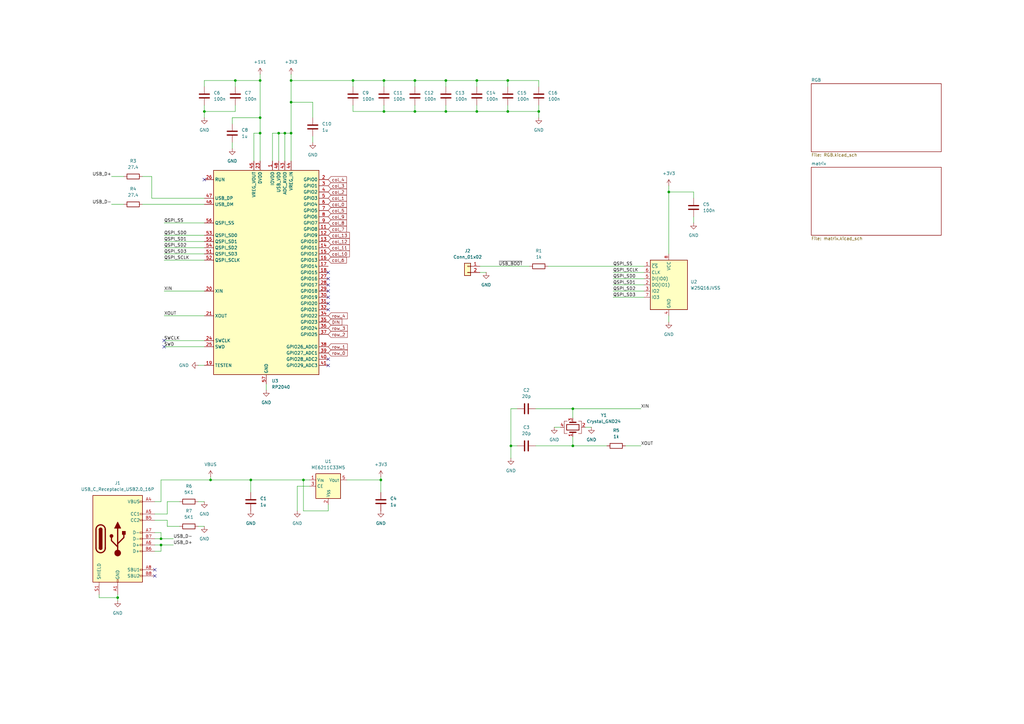
<source format=kicad_sch>
(kicad_sch (version 20231120) (generator "eeschema") (generator_version "8.0")
  (paper "A3")
  (lib_symbols
    (symbol "Connector:USB_C_Receptacle_USB2.0_16P" (pin_names (offset 1.016))
      (property "Reference" "J" (at 0 22.225 0))
      (property "Value" "USB_C_Receptacle_USB2.0_16P" (at 0 19.685 0))
      (symbol "USB_C_Receptacle_USB2.0_16P_0_0"
        (rectangle (start -0.254 -17.78) (end 0.254 -16.764))
        (rectangle (start 10.16 -14.986) (end 9.144 -15.494))
        (rectangle (start 10.16 -12.446) (end 9.144 -12.954))
        (rectangle (start 10.16 -4.826) (end 9.144 -5.334))
        (rectangle (start 10.16 -2.286) (end 9.144 -2.794))
        (rectangle (start 10.16 0.254) (end 9.144 -0.254))
        (rectangle (start 10.16 2.794) (end 9.144 2.286))
        (rectangle (start 10.16 7.874) (end 9.144 7.366))
        (rectangle (start 10.16 10.414) (end 9.144 9.906))
        (rectangle (start 10.16 15.494) (end 9.144 14.986))
      )
      (symbol "USB_C_Receptacle_USB2.0_16P_0_1"
        (rectangle (start -10.16 17.78) (end 10.16 -17.78) (stroke (width 0.254)) (fill (type background)))
        (arc (start -8.89 -3.81) (mid -6.985 -5.7067) (end -5.08 -3.81) (stroke (width 0.508)))
        (arc (start -7.62 -3.81) (mid -6.985 -4.4423) (end -6.35 -3.81) (stroke (width 0.254)))
        (arc (start -7.62 -3.81) (mid -6.985 -4.4423) (end -6.35 -3.81) (stroke (width 0.254)) (fill (type outline)))
        (rectangle (start -7.62 -3.81) (end -6.35 3.81) (stroke (width 0.254)) (fill (type outline)))
        (arc (start -6.35 3.81) (mid -6.985 4.4423) (end -7.62 3.81) (stroke (width 0.254)))
        (arc (start -6.35 3.81) (mid -6.985 4.4423) (end -7.62 3.81) (stroke (width 0.254)) (fill (type outline)))
        (arc (start -5.08 3.81) (mid -6.985 5.7067) (end -8.89 3.81) (stroke (width 0.508)))
        (circle (center -2.54 1.143) (radius 0.635) (stroke (width 0.254)) (fill (type outline)))
        (circle (center 0 -5.842) (radius 1.27) (fill (type outline)))
        (polyline (pts (xy -8.89 -3.81) (xy -8.89 3.81)) (stroke (width 0.508)))
        (polyline (pts (xy -5.08 3.81) (xy -5.08 -3.81)) (stroke (width 0.508)))
        (polyline (pts (xy 0 -5.842) (xy 0 4.318)) (stroke (width 0.508)))
        (polyline (pts (xy 0 -3.302) (xy -2.54 -0.762) (xy -2.54 0.508)) (stroke (width 0.508)))
        (polyline (pts (xy 0 -2.032) (xy 2.54 0.508) (xy 2.54 1.778)) (stroke (width 0.508)))
        (polyline (pts (xy -1.27 4.318) (xy 0 6.858) (xy 1.27 4.318) (xy -1.27 4.318)) (stroke (width 0.254)) (fill (type outline)))
        (rectangle (start 1.905 1.778) (end 3.175 3.048) (stroke (width 0.254)) (fill (type outline)))
      )
      (symbol "USB_C_Receptacle_USB2.0_16P_1_1"
        (pin passive line (at 0 -22.86 90) (length 5.08) (name "GND") (number "A1"))
        (pin passive line (at 0 -22.86 90) (length 5.08) hide (name "GND") (number "A12"))
        (pin passive line (at 15.24 15.24 180) (length 5.08) (name "VBUS") (number "A4"))
        (pin bidirectional line (at 15.24 10.16 180) (length 5.08) (name "CC1") (number "A5"))
        (pin bidirectional line (at 15.24 -2.54 180) (length 5.08) (name "D+") (number "A6"))
        (pin bidirectional line (at 15.24 2.54 180) (length 5.08) (name "D-") (number "A7"))
        (pin bidirectional line (at 15.24 -12.7 180) (length 5.08) (name "SBU1") (number "A8"))
        (pin passive line (at 15.24 15.24 180) (length 5.08) hide (name "VBUS") (number "A9"))
        (pin passive line (at 0 -22.86 90) (length 5.08) hide (name "GND") (number "B1"))
        (pin passive line (at 0 -22.86 90) (length 5.08) hide (name "GND") (number "B12"))
        (pin passive line (at 15.24 15.24 180) (length 5.08) hide (name "VBUS") (number "B4"))
        (pin bidirectional line (at 15.24 7.62 180) (length 5.08) (name "CC2") (number "B5"))
        (pin bidirectional line (at 15.24 -5.08 180) (length 5.08) (name "D+") (number "B6"))
        (pin bidirectional line (at 15.24 0 180) (length 5.08) (name "D-") (number "B7"))
        (pin bidirectional line (at 15.24 -15.24 180) (length 5.08) (name "SBU2") (number "B8"))
        (pin passive line (at 15.24 15.24 180) (length 5.08) hide (name "VBUS") (number "B9"))
        (pin passive line (at -7.62 -22.86 90) (length 5.08) (name "SHIELD") (number "S1"))
      )
    )
    (symbol "Connector_Generic:Conn_01x02" (pin_names (offset 1.016) hide)
      (property "Reference" "J" (at 0 2.54 0))
      (property "Value" "Conn_01x02" (at 0 -5.08 0))
      (symbol "Conn_01x02_1_1"
        (rectangle (start -1.27 -2.413) (end 0 -2.667) (stroke (width 0.1524)))
        (rectangle (start -1.27 0.127) (end 0 -0.127) (stroke (width 0.1524)))
        (rectangle (start -1.27 1.27) (end 1.27 -3.81) (stroke (width 0.254)) (fill (type background)))
        (pin passive line (at -5.08 0 0) (length 3.81) (name "Pin_1") (number "1"))
        (pin passive line (at -5.08 -2.54 0) (length 3.81) (name "Pin_2") (number "2"))
      )
    )
    (symbol "Device:C" (pin_numbers hide) (pin_names (offset 0.254))
      (property "Reference" "C" (at 0.635 2.54 0))
      (property "Value" "C" (at 0.635 -2.54 0))
      (symbol "C_0_1"
        (polyline (pts (xy -2.032 -0.762) (xy 2.032 -0.762)) (stroke (width 0.508)))
        (polyline (pts (xy -2.032 0.762) (xy 2.032 0.762)) (stroke (width 0.508)))
      )
      (symbol "C_1_1"
        (pin passive line (at 0 3.81 270) (length 2.794) (name "~") (number "1"))
        (pin passive line (at 0 -3.81 90) (length 2.794) (name "~") (number "2"))
      )
    )
    (symbol "Device:Crystal_GND24" (pin_names (offset 1.016) hide)
      (property "Reference" "Y" (at 3.175 5.08 0))
      (property "Value" "Crystal_GND24" (at 3.175 3.175 0))
      (symbol "Crystal_GND24_0_1"
        (rectangle (start -1.143 2.54) (end 1.143 -2.54) (stroke (width 0.3048)))
        (polyline (pts (xy -2.54 0) (xy -2.032 0)))
        (polyline (pts (xy -2.032 -1.27) (xy -2.032 1.27)) (stroke (width 0.508)))
        (polyline (pts (xy 0 -3.81) (xy 0 -3.556)))
        (polyline (pts (xy 0 3.556) (xy 0 3.81)))
        (polyline (pts (xy 2.032 -1.27) (xy 2.032 1.27)) (stroke (width 0.508)))
        (polyline (pts (xy 2.032 0) (xy 2.54 0)))
        (polyline (pts (xy -2.54 -2.286) (xy -2.54 -3.556) (xy 2.54 -3.556) (xy 2.54 -2.286)))
        (polyline (pts (xy -2.54 2.286) (xy -2.54 3.556) (xy 2.54 3.556) (xy 2.54 2.286)))
      )
      (symbol "Crystal_GND24_1_1"
        (pin passive line (at -3.81 0 0) (length 1.27) (name "1") (number "1"))
        (pin passive line (at 0 5.08 270) (length 1.27) (name "2") (number "2"))
        (pin passive line (at 3.81 0 180) (length 1.27) (name "3") (number "3"))
        (pin passive line (at 0 -5.08 90) (length 1.27) (name "4") (number "4"))
      )
    )
    (symbol "Device:R" (pin_numbers hide) (pin_names (offset 0))
      (property "Reference" "R" (at 2.032 0 90))
      (property "Value" "R" (at 0 0 90))
      (symbol "R_0_1"
        (rectangle (start -1.016 -2.54) (end 1.016 2.54) (stroke (width 0.254)))
      )
      (symbol "R_1_1"
        (pin passive line (at 0 3.81 270) (length 1.27) (name "~") (number "1"))
        (pin passive line (at 0 -3.81 90) (length 1.27) (name "~") (number "2"))
      )
    )
    (symbol "MCU_RaspberryPi:RP2040"
      (property "Reference" "U" (at 17.78 45.72 0))
      (property "Value" "RP2040" (at 17.78 43.18 0))
      (symbol "RP2040_0_1"
        (rectangle (start -21.59 41.91) (end 21.59 -41.91) (stroke (width 0.254)) (fill (type background)))
      )
      (symbol "RP2040_1_1"
        (pin power_in line (at 2.54 45.72 270) (length 3.81) (name "IOVDD") (number "1"))
        (pin passive line (at 2.54 45.72 270) (length 3.81) hide (name "IOVDD") (number "10"))
        (pin bidirectional line (at 25.4 17.78 180) (length 3.81) (name "GPIO8") (number "11"))
        (pin bidirectional line (at 25.4 15.24 180) (length 3.81) (name "GPIO9") (number "12"))
        (pin bidirectional line (at 25.4 12.7 180) (length 3.81) (name "GPIO10") (number "13"))
        (pin bidirectional line (at 25.4 10.16 180) (length 3.81) (name "GPIO11") (number "14"))
        (pin bidirectional line (at 25.4 7.62 180) (length 3.81) (name "GPIO12") (number "15"))
        (pin bidirectional line (at 25.4 5.08 180) (length 3.81) (name "GPIO13") (number "16"))
        (pin bidirectional line (at 25.4 2.54 180) (length 3.81) (name "GPIO14") (number "17"))
        (pin bidirectional line (at 25.4 0 180) (length 3.81) (name "GPIO15") (number "18"))
        (pin input line (at -25.4 -38.1 0) (length 3.81) (name "TESTEN") (number "19"))
        (pin bidirectional line (at 25.4 38.1 180) (length 3.81) (name "GPIO0") (number "2"))
        (pin input line (at -25.4 -7.62 0) (length 3.81) (name "XIN") (number "20"))
        (pin passive line (at -25.4 -17.78 0) (length 3.81) (name "XOUT") (number "21"))
        (pin passive line (at 2.54 45.72 270) (length 3.81) hide (name "IOVDD") (number "22"))
        (pin power_in line (at -2.54 45.72 270) (length 3.81) (name "DVDD") (number "23"))
        (pin input line (at -25.4 -27.94 0) (length 3.81) (name "SWCLK") (number "24"))
        (pin bidirectional line (at -25.4 -30.48 0) (length 3.81) (name "SWD") (number "25"))
        (pin input line (at -25.4 38.1 0) (length 3.81) (name "RUN") (number "26"))
        (pin bidirectional line (at 25.4 -2.54 180) (length 3.81) (name "GPIO16") (number "27"))
        (pin bidirectional line (at 25.4 -5.08 180) (length 3.81) (name "GPIO17") (number "28"))
        (pin bidirectional line (at 25.4 -7.62 180) (length 3.81) (name "GPIO18") (number "29"))
        (pin bidirectional line (at 25.4 35.56 180) (length 3.81) (name "GPIO1") (number "3"))
        (pin bidirectional line (at 25.4 -10.16 180) (length 3.81) (name "GPIO19") (number "30"))
        (pin bidirectional line (at 25.4 -12.7 180) (length 3.81) (name "GPIO20") (number "31"))
        (pin bidirectional line (at 25.4 -15.24 180) (length 3.81) (name "GPIO21") (number "32"))
        (pin passive line (at 2.54 45.72 270) (length 3.81) hide (name "IOVDD") (number "33"))
        (pin bidirectional line (at 25.4 -17.78 180) (length 3.81) (name "GPIO22") (number "34"))
        (pin bidirectional line (at 25.4 -20.32 180) (length 3.81) (name "GPIO23") (number "35"))
        (pin bidirectional line (at 25.4 -22.86 180) (length 3.81) (name "GPIO24") (number "36"))
        (pin bidirectional line (at 25.4 -25.4 180) (length 3.81) (name "GPIO25") (number "37"))
        (pin bidirectional line (at 25.4 -30.48 180) (length 3.81) (name "GPIO26_ADC0") (number "38"))
        (pin bidirectional line (at 25.4 -33.02 180) (length 3.81) (name "GPIO27_ADC1") (number "39"))
        (pin bidirectional line (at 25.4 33.02 180) (length 3.81) (name "GPIO2") (number "4"))
        (pin bidirectional line (at 25.4 -35.56 180) (length 3.81) (name "GPIO28_ADC2") (number "40"))
        (pin bidirectional line (at 25.4 -38.1 180) (length 3.81) (name "GPIO29_ADC3") (number "41"))
        (pin passive line (at 2.54 45.72 270) (length 3.81) hide (name "IOVDD") (number "42"))
        (pin power_in line (at 7.62 45.72 270) (length 3.81) (name "ADC_AVDD") (number "43"))
        (pin power_in line (at 10.16 45.72 270) (length 3.81) (name "VREG_IN") (number "44"))
        (pin power_out line (at -5.08 45.72 270) (length 3.81) (name "VREG_VOUT") (number "45"))
        (pin bidirectional line (at -25.4 27.94 0) (length 3.81) (name "USB_DM") (number "46"))
        (pin bidirectional line (at -25.4 30.48 0) (length 3.81) (name "USB_DP") (number "47"))
        (pin power_in line (at 5.08 45.72 270) (length 3.81) (name "USB_VDD") (number "48"))
        (pin passive line (at 2.54 45.72 270) (length 3.81) hide (name "IOVDD") (number "49"))
        (pin bidirectional line (at 25.4 30.48 180) (length 3.81) (name "GPIO3") (number "5"))
        (pin passive line (at -2.54 45.72 270) (length 3.81) hide (name "DVDD") (number "50"))
        (pin bidirectional line (at -25.4 7.62 0) (length 3.81) (name "QSPI_SD3") (number "51"))
        (pin output line (at -25.4 5.08 0) (length 3.81) (name "QSPI_SCLK") (number "52"))
        (pin bidirectional line (at -25.4 15.24 0) (length 3.81) (name "QSPI_SD0") (number "53"))
        (pin bidirectional line (at -25.4 10.16 0) (length 3.81) (name "QSPI_SD2") (number "54"))
        (pin bidirectional line (at -25.4 12.7 0) (length 3.81) (name "QSPI_SD1") (number "55"))
        (pin bidirectional line (at -25.4 20.32 0) (length 3.81) (name "QSPI_SS") (number "56"))
        (pin power_in line (at 0 -45.72 90) (length 3.81) (name "GND") (number "57"))
        (pin bidirectional line (at 25.4 27.94 180) (length 3.81) (name "GPIO4") (number "6"))
        (pin bidirectional line (at 25.4 25.4 180) (length 3.81) (name "GPIO5") (number "7"))
        (pin bidirectional line (at 25.4 22.86 180) (length 3.81) (name "GPIO6") (number "8"))
        (pin bidirectional line (at 25.4 20.32 180) (length 3.81) (name "GPIO7") (number "9"))
      )
    )
    (symbol "Memory_Flash:W25Q16JVSS"
      (property "Reference" "U" (at -6.35 11.43 0))
      (property "Value" "W25Q16JVSS" (at 7.62 11.43 0))
      (symbol "W25Q16JVSS_0_1"
        (rectangle (start -7.62 10.16) (end 7.62 -10.16) (stroke (width 0.254)) (fill (type background)))
      )
      (symbol "W25Q16JVSS_1_1"
        (pin input line (at -10.16 7.62 0) (length 2.54) (name "~{CS}") (number "1"))
        (pin bidirectional line (at -10.16 0 0) (length 2.54) (name "DO(IO1)") (number "2"))
        (pin bidirectional line (at -10.16 -2.54 0) (length 2.54) (name "IO2") (number "3"))
        (pin power_in line (at 0 -12.7 90) (length 2.54) (name "GND") (number "4"))
        (pin bidirectional line (at -10.16 2.54 0) (length 2.54) (name "DI(IO0)") (number "5"))
        (pin input line (at -10.16 5.08 0) (length 2.54) (name "CLK") (number "6"))
        (pin bidirectional line (at -10.16 -5.08 0) (length 2.54) (name "IO3") (number "7"))
        (pin power_in line (at 0 12.7 270) (length 2.54) (name "VCC") (number "8"))
      )
    )
    (symbol "Regulator_Linear:ME6211C33M5"
      (property "Reference" "U" (at -4.572 6.35 0))
      (property "Value" "ME6211C33M5" (at 10.16 8.636 0))
      (symbol "ME6211C33M5_1_1"
        (rectangle (start -5.08 5.08) (end 5.08 -5.08) (stroke (width 0.254)) (fill (type background)))
        (pin power_in line (at -7.62 2.54 0) (length 2.54) (name "V_{IN}") (number "1"))
        (pin power_in line (at 0 -7.62 90) (length 2.54) (name "V_{SS}") (number "2"))
        (pin input line (at -7.62 0 0) (length 2.54) (name "CE") (number "3"))
        (pin no_connect line (at 5.08 0 180) (length 2.54) hide (name "NC") (number "4"))
        (pin power_out line (at 7.62 2.54 180) (length 2.54) (name "V_{OUT}") (number "5"))
      )
    )
    (symbol "power:+1V1" (power) (pin_numbers hide) (pin_names (offset 0) hide)
      (property "Value" "+1V1" (at 0 3.556 0))
      (symbol "+1V1_0_1"
        (polyline (pts (xy -0.762 1.27) (xy 0 2.54)))
        (polyline (pts (xy 0 0) (xy 0 2.54)))
        (polyline (pts (xy 0 2.54) (xy 0.762 1.27)))
      )
      (symbol "+1V1_1_1"
        (pin power_in line (at 0 0 90) (length 0) (name "~") (number "1"))
      )
    )
    (symbol "power:+3V3" (power) (pin_numbers hide) (pin_names (offset 0) hide)
      (property "Value" "+3V3" (at 0 3.556 0))
      (symbol "+3V3_0_1"
        (polyline (pts (xy -0.762 1.27) (xy 0 2.54)))
        (polyline (pts (xy 0 0) (xy 0 2.54)))
        (polyline (pts (xy 0 2.54) (xy 0.762 1.27)))
      )
      (symbol "+3V3_1_1"
        (pin power_in line (at 0 0 90) (length 0) (name "~") (number "1"))
      )
    )
    (symbol "power:GND" (power) (pin_numbers hide) (pin_names (offset 0) hide)
      (property "Value" "GND" (at 0 -3.81 0))
      (symbol "GND_0_1"
        (polyline (pts (xy 0 0) (xy 0 -1.27) (xy 1.27 -1.27) (xy 0 -2.54) (xy -1.27 -1.27) (xy 0 -1.27)))
      )
      (symbol "GND_1_1"
        (pin power_in line (at 0 0 270) (length 0) (name "~") (number "1"))
      )
    )
    (symbol "power:VBUS" (power) (pin_numbers hide) (pin_names (offset 0) hide)
      (property "Value" "VBUS" (at 0 3.556 0))
      (symbol "VBUS_0_1"
        (polyline (pts (xy -0.762 1.27) (xy 0 2.54)))
        (polyline (pts (xy 0 0) (xy 0 2.54)))
        (polyline (pts (xy 0 2.54) (xy 0.762 1.27)))
      )
      (symbol "VBUS_1_1"
        (pin power_in line (at 0 0 90) (length 0) (name "~") (number "1"))
      )
    )
  )
  (junction (at 102.87 196.85))
  (junction (at 209.55 182.88))
  (junction (at 66.04 220.98))
  (junction (at 234.95 167.64))
  (junction (at 119.38 33.02))
  (junction (at 220.98 45.72))
  (junction (at 208.28 33.02))
  (junction (at 83.82 45.72))
  (junction (at 274.32 78.74))
  (junction (at 157.48 33.02))
  (junction (at 234.95 182.88))
  (junction (at 119.38 54.61))
  (junction (at 144.78 33.02))
  (junction (at 66.04 223.52))
  (junction (at 170.18 33.02))
  (junction (at 124.46 196.85))
  (junction (at 106.68 33.02))
  (junction (at 114.3 54.61))
  (junction (at 106.68 54.61))
  (junction (at 182.88 45.72))
  (junction (at 48.26 245.11))
  (junction (at 116.84 54.61))
  (junction (at 119.38 41.91))
  (junction (at 157.48 45.72))
  (junction (at 96.52 33.02))
  (junction (at 182.88 33.02))
  (junction (at 170.18 45.72))
  (junction (at 106.68 48.26))
  (junction (at 195.58 33.02))
  (junction (at 195.58 45.72))
  (junction (at 86.36 196.85))
  (junction (at 156.21 196.85))
  (junction (at 208.28 45.72))
  (no_connect (at 134.62 111.76))
  (no_connect (at 134.62 114.3))
  (no_connect (at 134.62 124.46))
  (no_connect (at 134.62 149.86))
  (no_connect (at 134.62 147.32))
  (no_connect (at 134.62 116.84))
  (no_connect (at 134.62 127))
  (no_connect (at 63.5 233.68))
  (no_connect (at 67.31 142.24))
  (no_connect (at 134.62 119.38))
  (no_connect (at 67.31 139.7))
  (no_connect (at 83.82 73.66))
  (no_connect (at 134.62 121.92))
  (no_connect (at 63.5 236.22))
  (wire (pts (xy 116.84 54.61) (xy 119.38 54.61)))
  (wire (pts (xy 106.68 30.48) (xy 106.68 33.02)))
  (wire (pts (xy 106.68 33.02) (xy 106.68 48.26)))
  (wire (pts (xy 234.95 179.07) (xy 234.95 182.88)))
  (wire (pts (xy 67.31 129.54) (xy 83.82 129.54)))
  (wire (pts (xy 128.27 41.91) (xy 119.38 41.91)))
  (wire (pts (xy 251.46 119.38) (xy 264.16 119.38)))
  (wire (pts (xy 182.88 33.02) (xy 195.58 33.02)))
  (wire (pts (xy 128.27 48.26) (xy 128.27 41.91)))
  (wire (pts (xy 68.58 215.9) (xy 73.66 215.9)))
  (wire (pts (xy 81.28 205.74) (xy 83.82 205.74)))
  (wire (pts (xy 182.88 45.72) (xy 195.58 45.72)))
  (wire (pts (xy 208.28 33.02) (xy 220.98 33.02)))
  (wire (pts (xy 219.71 167.64) (xy 234.95 167.64)))
  (wire (pts (xy 63.5 226.06) (xy 66.04 226.06)))
  (wire (pts (xy 67.31 96.52) (xy 83.82 96.52)))
  (wire (pts (xy 63.5 213.36) (xy 68.58 213.36)))
  (wire (pts (xy 170.18 33.02) (xy 170.18 35.56)))
  (wire (pts (xy 196.85 111.76) (xy 199.39 111.76)))
  (wire (pts (xy 66.04 218.44) (xy 66.04 220.98)))
  (wire (pts (xy 208.28 43.18) (xy 208.28 45.72)))
  (wire (pts (xy 58.42 72.39) (xy 62.23 72.39)))
  (wire (pts (xy 119.38 33.02) (xy 144.78 33.02)))
  (wire (pts (xy 102.87 196.85) (xy 124.46 196.85)))
  (wire (pts (xy 81.28 215.9) (xy 83.82 215.9)))
  (wire (pts (xy 63.5 210.82) (xy 68.58 210.82)))
  (wire (pts (xy 62.23 81.28) (xy 62.23 72.39)))
  (wire (pts (xy 68.58 205.74) (xy 73.66 205.74)))
  (wire (pts (xy 63.5 223.52) (xy 66.04 223.52)))
  (wire (pts (xy 114.3 54.61) (xy 116.84 54.61)))
  (wire (pts (xy 106.68 54.61) (xy 106.68 66.04)))
  (wire (pts (xy 209.55 182.88) (xy 212.09 182.88)))
  (wire (pts (xy 67.31 106.68) (xy 83.82 106.68)))
  (wire (pts (xy 220.98 33.02) (xy 220.98 35.56)))
  (wire (pts (xy 157.48 43.18) (xy 157.48 45.72)))
  (wire (pts (xy 83.82 81.28) (xy 62.23 81.28)))
  (wire (pts (xy 83.82 45.72) (xy 83.82 48.26)))
  (wire (pts (xy 67.31 91.44) (xy 83.82 91.44)))
  (wire (pts (xy 209.55 167.64) (xy 209.55 182.88)))
  (wire (pts (xy 212.09 167.64) (xy 209.55 167.64)))
  (wire (pts (xy 83.82 33.02) (xy 96.52 33.02)))
  (wire (pts (xy 83.82 35.56) (xy 83.82 33.02)))
  (wire (pts (xy 66.04 205.74) (xy 63.5 205.74)))
  (wire (pts (xy 284.48 78.74) (xy 274.32 78.74)))
  (wire (pts (xy 67.31 119.38) (xy 83.82 119.38)))
  (wire (pts (xy 224.79 109.22) (xy 264.16 109.22)))
  (wire (pts (xy 234.95 167.64) (xy 234.95 171.45)))
  (wire (pts (xy 63.5 218.44) (xy 66.04 218.44)))
  (wire (pts (xy 156.21 196.85) (xy 156.21 201.93)))
  (wire (pts (xy 182.88 33.02) (xy 182.88 35.56)))
  (wire (pts (xy 121.92 199.39) (xy 121.92 209.55)))
  (wire (pts (xy 67.31 101.6) (xy 83.82 101.6)))
  (wire (pts (xy 234.95 167.64) (xy 262.89 167.64)))
  (wire (pts (xy 284.48 88.9) (xy 284.48 91.44)))
  (wire (pts (xy 256.54 182.88) (xy 262.89 182.88)))
  (wire (pts (xy 45.72 72.39) (xy 50.8 72.39)))
  (wire (pts (xy 121.92 199.39) (xy 127 199.39)))
  (wire (pts (xy 95.25 50.8) (xy 95.25 48.26)))
  (wire (pts (xy 227.33 175.26) (xy 229.87 175.26)))
  (wire (pts (xy 157.48 45.72) (xy 170.18 45.72)))
  (wire (pts (xy 111.76 66.04) (xy 111.76 54.61)))
  (wire (pts (xy 124.46 196.85) (xy 127 196.85)))
  (wire (pts (xy 45.72 83.82) (xy 50.8 83.82)))
  (wire (pts (xy 195.58 33.02) (xy 208.28 33.02)))
  (wire (pts (xy 109.22 157.48) (xy 109.22 160.02)))
  (wire (pts (xy 142.24 196.85) (xy 156.21 196.85)))
  (wire (pts (xy 63.5 220.98) (xy 66.04 220.98)))
  (wire (pts (xy 251.46 116.84) (xy 264.16 116.84)))
  (wire (pts (xy 170.18 43.18) (xy 170.18 45.72)))
  (wire (pts (xy 144.78 33.02) (xy 157.48 33.02)))
  (wire (pts (xy 220.98 45.72) (xy 220.98 48.26)))
  (wire (pts (xy 95.25 58.42) (xy 95.25 60.96)))
  (wire (pts (xy 240.03 175.26) (xy 242.57 175.26)))
  (wire (pts (xy 58.42 83.82) (xy 83.82 83.82)))
  (wire (pts (xy 134.62 209.55) (xy 124.46 209.55)))
  (wire (pts (xy 86.36 195.58) (xy 86.36 196.85)))
  (wire (pts (xy 251.46 121.92) (xy 264.16 121.92)))
  (wire (pts (xy 144.78 45.72) (xy 157.48 45.72)))
  (wire (pts (xy 208.28 45.72) (xy 220.98 45.72)))
  (wire (pts (xy 284.48 81.28) (xy 284.48 78.74)))
  (wire (pts (xy 68.58 213.36) (xy 68.58 215.9)))
  (wire (pts (xy 157.48 33.02) (xy 157.48 35.56)))
  (wire (pts (xy 83.82 43.18) (xy 83.82 45.72)))
  (wire (pts (xy 66.04 196.85) (xy 86.36 196.85)))
  (wire (pts (xy 67.31 142.24) (xy 83.82 142.24)))
  (wire (pts (xy 104.14 54.61) (xy 104.14 66.04)))
  (wire (pts (xy 116.84 66.04) (xy 116.84 54.61)))
  (wire (pts (xy 67.31 99.06) (xy 83.82 99.06)))
  (wire (pts (xy 220.98 45.72) (xy 220.98 43.18)))
  (wire (pts (xy 274.32 76.2) (xy 274.32 78.74)))
  (wire (pts (xy 96.52 45.72) (xy 96.52 43.18)))
  (wire (pts (xy 128.27 55.88) (xy 128.27 58.42)))
  (wire (pts (xy 170.18 45.72) (xy 182.88 45.72)))
  (wire (pts (xy 83.82 45.72) (xy 96.52 45.72)))
  (wire (pts (xy 196.85 109.22) (xy 217.17 109.22)))
  (wire (pts (xy 106.68 48.26) (xy 106.68 54.61)))
  (wire (pts (xy 144.78 35.56) (xy 144.78 33.02)))
  (wire (pts (xy 111.76 54.61) (xy 114.3 54.61)))
  (wire (pts (xy 67.31 104.14) (xy 83.82 104.14)))
  (wire (pts (xy 48.26 245.11) (xy 48.26 246.38)))
  (wire (pts (xy 81.28 149.86) (xy 83.82 149.86)))
  (wire (pts (xy 208.28 33.02) (xy 208.28 35.56)))
  (wire (pts (xy 104.14 54.61) (xy 106.68 54.61)))
  (wire (pts (xy 234.95 182.88) (xy 219.71 182.88)))
  (wire (pts (xy 40.64 245.11) (xy 48.26 245.11)))
  (wire (pts (xy 119.38 30.48) (xy 119.38 33.02)))
  (wire (pts (xy 68.58 210.82) (xy 68.58 205.74)))
  (wire (pts (xy 209.55 187.96) (xy 209.55 182.88)))
  (wire (pts (xy 182.88 43.18) (xy 182.88 45.72)))
  (wire (pts (xy 195.58 43.18) (xy 195.58 45.72)))
  (wire (pts (xy 67.31 139.7) (xy 83.82 139.7)))
  (wire (pts (xy 40.64 243.84) (xy 40.64 245.11)))
  (wire (pts (xy 66.04 226.06) (xy 66.04 223.52)))
  (wire (pts (xy 124.46 209.55) (xy 124.46 196.85)))
  (wire (pts (xy 274.32 129.54) (xy 274.32 132.08)))
  (wire (pts (xy 274.32 78.74) (xy 274.32 104.14)))
  (wire (pts (xy 102.87 196.85) (xy 102.87 201.93)))
  (wire (pts (xy 66.04 223.52) (xy 71.12 223.52)))
  (wire (pts (xy 96.52 33.02) (xy 96.52 35.56)))
  (wire (pts (xy 234.95 182.88) (xy 248.92 182.88)))
  (wire (pts (xy 48.26 243.84) (xy 48.26 245.11)))
  (wire (pts (xy 66.04 220.98) (xy 71.12 220.98)))
  (wire (pts (xy 119.38 54.61) (xy 119.38 41.91)))
  (wire (pts (xy 114.3 66.04) (xy 114.3 54.61)))
  (wire (pts (xy 251.46 114.3) (xy 264.16 114.3)))
  (wire (pts (xy 251.46 111.76) (xy 264.16 111.76)))
  (wire (pts (xy 170.18 33.02) (xy 182.88 33.02)))
  (wire (pts (xy 156.21 195.58) (xy 156.21 196.85)))
  (wire (pts (xy 95.25 48.26) (xy 106.68 48.26)))
  (wire (pts (xy 119.38 66.04) (xy 119.38 54.61)))
  (wire (pts (xy 66.04 196.85) (xy 66.04 205.74)))
  (wire (pts (xy 157.48 33.02) (xy 170.18 33.02)))
  (wire (pts (xy 195.58 45.72) (xy 208.28 45.72)))
  (wire (pts (xy 96.52 33.02) (xy 106.68 33.02)))
  (wire (pts (xy 195.58 33.02) (xy 195.58 35.56)))
  (wire (pts (xy 144.78 43.18) (xy 144.78 45.72)))
  (wire (pts (xy 86.36 196.85) (xy 102.87 196.85)))
  (wire (pts (xy 119.38 41.91) (xy 119.38 33.02)))
  (wire (pts (xy 134.62 207.01) (xy 134.62 209.55)))
  (label "XIN" (at 262.89 167.64 0))
  (label "QSPI_SD0" (at 67.31 96.52 0))
  (label "SWCLK" (at 67.31 139.7 0))
  (label "QSPI_SS" (at 251.46 109.22 0))
  (label "XOUT" (at 67.31 129.54 0))
  (label "QSPI_SCLK" (at 67.31 106.68 0))
  (label "QSPI_SD2" (at 67.31 101.6 0))
  (label "QSPI_SD1" (at 67.31 99.06 0))
  (label "QSPI_SD1" (at 251.46 116.84 0))
  (label "QSPI_SCLK" (at 251.46 111.76 0))
  (label "QSPI_SS" (at 67.31 91.44 0))
  (label "USB_D+" (at 71.12 223.52 0))
  (label "XOUT" (at 262.89 182.88 0))
  (label "USB_D+" (at 45.72 72.39 180))
  (label "SWD" (at 67.31 142.24 0))
  (label "QSPI_SD3" (at 251.46 121.92 0))
  (label "XIN" (at 67.31 119.38 0))
  (label "USB_D-" (at 71.12 220.98 0))
  (label "QSPI_SD0" (at 251.46 114.3 0))
  (label "QSPI_SD2" (at 251.46 119.38 0))
  (label "~{USB_BOOT}" (at 204.47 109.22 0))
  (label "QSPI_SD3" (at 67.31 104.14 0))
  (label "USB_D-" (at 45.72 83.82 180))
  (global_label "col_11" (shape input) (at 134.62 101.6 0) (property "Intersheetrefs" "${INTERSHEET_REFS}" (effects (hide yes))))
  (global_label "col_0" (shape input) (at 134.62 83.82 0) (property "Intersheetrefs" "${INTERSHEET_REFS}" (effects (hide yes))))
  (global_label "row_2" (shape input) (at 134.62 137.16 0) (property "Intersheetrefs" "${INTERSHEET_REFS}" (effects (hide yes))))
  (global_label "col_10" (shape input) (at 134.62 104.14 0) (property "Intersheetrefs" "${INTERSHEET_REFS}" (effects (hide yes))))
  (global_label "col_7" (shape input) (at 134.62 93.98 0) (property "Intersheetrefs" "${INTERSHEET_REFS}" (effects (hide yes))))
  (global_label "col_1" (shape input) (at 134.62 81.28 0) (property "Intersheetrefs" "${INTERSHEET_REFS}" (effects (hide yes))))
  (global_label "col_13" (shape input) (at 134.62 96.52 0) (property "Intersheetrefs" "${INTERSHEET_REFS}" (effects (hide yes))))
  (global_label "col_12" (shape input) (at 134.62 99.06 0) (property "Intersheetrefs" "${INTERSHEET_REFS}" (effects (hide yes))))
  (global_label "row_1" (shape input) (at 134.62 142.24 0) (property "Intersheetrefs" "${INTERSHEET_REFS}" (effects (hide yes))))
  (global_label "col_5" (shape input) (at 134.62 86.36 0) (property "Intersheetrefs" "${INTERSHEET_REFS}" (effects (hide yes))))
  (global_label "col_9" (shape input) (at 134.62 88.9 0) (property "Intersheetrefs" "${INTERSHEET_REFS}" (effects (hide yes))))
  (global_label "row_0" (shape input) (at 134.62 144.78 0) (property "Intersheetrefs" "${INTERSHEET_REFS}" (effects (hide yes))))
  (global_label "col_3" (shape input) (at 134.62 76.2 0) (property "Intersheetrefs" "${INTERSHEET_REFS}" (effects (hide yes))))
  (global_label "row_3" (shape input) (at 134.62 134.62 0) (property "Intersheetrefs" "${INTERSHEET_REFS}" (effects (hide yes))))
  (global_label "col_4" (shape input) (at 134.62 73.66 0) (property "Intersheetrefs" "${INTERSHEET_REFS}" (effects (hide yes))))
  (global_label "col_2" (shape input) (at 134.62 78.74 0) (property "Intersheetrefs" "${INTERSHEET_REFS}" (effects (hide yes))))
  (global_label "col_8" (shape input) (at 134.62 91.44 0) (property "Intersheetrefs" "${INTERSHEET_REFS}" (effects (hide yes))))
  (global_label "DIN" (shape input) (at 134.62 132.08 0) (property "Intersheetrefs" "${INTERSHEET_REFS}" (effects (hide yes))))
  (global_label "col_6" (shape input) (at 134.62 106.68 0) (property "Intersheetrefs" "${INTERSHEET_REFS}" (effects (hide yes))))
  (global_label "row_4" (shape input) (at 134.62 129.54 0) (property "Intersheetrefs" "${INTERSHEET_REFS}" (effects (hide yes))))
  (symbol (lib_id "power:GND") (at 284.48 91.44 0) (unit 1)
    (property "Reference" "#PWR013" (effects (hide yes)))
    (property "Value" "GND" (at 284.48 96.52 0))
    (property "Description" "Power symbol creates a global label with name \"GND\" , ground" (effects (hide yes)))
  )
  (symbol (lib_id "Device:C") (at 96.52 39.37 0) (unit 1)
    (property "Reference" "C7" (at 100.33 38.0999 0) (effects (justify left)))
    (property "Value" "100n" (at 100.33 40.6399 0) (effects (justify left)))
    (property "Footprint" "Capacitor_SMD:C_0402_1005Metric" (effects (hide yes)))
    (property "Description" "Unpolarized capacitor" (effects (hide yes)))
  )
  (symbol (lib_id "power:GND") (at 209.55 187.96 0) (unit 1)
    (property "Reference" "#PWR017" (effects (hide yes)))
    (property "Value" "GND" (at 209.55 193.04 0))
    (property "Description" "Power symbol creates a global label with name \"GND\" , ground" (effects (hide yes)))
  )
  (symbol (lib_id "power:GND") (at 83.82 215.9 0) (unit 1)
    (property "Reference" "#PWR023" (effects (hide yes)))
    (property "Value" "GND" (at 83.82 220.98 0))
    (property "Description" "Power symbol creates a global label with name \"GND\" , ground" (effects (hide yes)))
  )
  (symbol (lib_id "Device:C") (at 144.78 39.37 0) (unit 1)
    (property "Reference" "C9" (at 148.59 38.0999 0) (effects (justify left)))
    (property "Value" "100n" (at 148.59 40.6399 0) (effects (justify left)))
    (property "Footprint" "Capacitor_SMD:C_0402_1005Metric" (effects (hide yes)))
    (property "Description" "Unpolarized capacitor" (effects (hide yes)))
  )
  (symbol (lib_id "power:GND") (at 220.98 48.26 0) (unit 1)
    (property "Reference" "#PWR021" (effects (hide yes)))
    (property "Value" "GND" (at 220.98 53.34 0))
    (property "Description" "Power symbol creates a global label with name \"GND\" , ground" (effects (hide yes)))
  )
  (symbol (lib_id "power:GND") (at 102.87 209.55 0) (unit 1)
    (property "Reference" "#PWR02" (effects (hide yes)))
    (property "Value" "GND" (at 102.87 214.63 0))
    (property "Description" "Power symbol creates a global label with name \"GND\" , ground" (effects (hide yes)))
  )
  (symbol (lib_id "power:GND") (at 109.22 160.02 0) (unit 1)
    (property "Reference" "#PWR018" (effects (hide yes)))
    (property "Value" "GND" (at 109.22 165.1 0))
    (property "Description" "Power symbol creates a global label with name \"GND\" , ground" (effects (hide yes)))
  )
  (symbol (lib_id "power:GND") (at 48.26 246.38 0) (unit 1)
    (property "Reference" "#PWR06" (effects (hide yes)))
    (property "Value" "GND" (at 48.26 251.46 0))
    (property "Description" "Power symbol creates a global label with name \"GND\" , ground" (effects (hide yes)))
  )
  (symbol (lib_id "Device:R") (at 54.61 83.82 90) (unit 1)
    (property "Reference" "R4" (at 54.61 77.47 90))
    (property "Value" "27.4" (at 54.61 80.01 90))
    (property "Footprint" "Resistor_SMD:R_0402_1005Metric" (effects (hide yes)))
    (property "Description" "Resistor" (effects (hide yes)))
  )
  (symbol (lib_id "power:+3V3") (at 274.32 76.2 0) (unit 1)
    (property "Reference" "#PWR012" (effects (hide yes)))
    (property "Value" "+3V3" (at 274.32 71.12 0))
    (property "Description" "Power symbol creates a global label with name \"+3V3\"" (effects (hide yes)))
  )
  (symbol (lib_id "Device:C") (at 170.18 39.37 0) (unit 1)
    (property "Reference" "C12" (at 173.99 38.0999 0) (effects (justify left)))
    (property "Value" "100n" (at 173.99 40.6399 0) (effects (justify left)))
    (property "Footprint" "Capacitor_SMD:C_0402_1005Metric" (effects (hide yes)))
    (property "Description" "Unpolarized capacitor" (effects (hide yes)))
  )
  (symbol (lib_id "Device:C") (at 157.48 39.37 0) (unit 1)
    (property "Reference" "C11" (at 161.29 38.0999 0) (effects (justify left)))
    (property "Value" "100n" (at 161.29 40.6399 0) (effects (justify left)))
    (property "Footprint" "Capacitor_SMD:C_0402_1005Metric" (effects (hide yes)))
    (property "Description" "Unpolarized capacitor" (effects (hide yes)))
  )
  (symbol (lib_id "power:GND") (at 156.21 209.55 0) (unit 1)
    (property "Reference" "#PWR04" (effects (hide yes)))
    (property "Value" "GND" (at 156.21 214.63 0))
    (property "Description" "Power symbol creates a global label with name \"GND\" , ground" (effects (hide yes)))
  )
  (symbol (lib_id "power:GND") (at 81.28 149.86 270) (unit 1)
    (property "Reference" "#PWR019" (effects (hide yes)))
    (property "Value" "GND" (at 77.47 149.8599 90) (effects (justify right)))
    (property "Description" "Power symbol creates a global label with name \"GND\" , ground" (effects (hide yes)))
  )
  (symbol (lib_id "Device:R") (at 77.47 215.9 90) (unit 1)
    (property "Reference" "R7" (at 77.47 209.55 90))
    (property "Value" "5K1" (at 77.47 212.09 90))
    (property "Footprint" "Resistor_SMD:R_0402_1005Metric" (effects (hide yes)))
    (property "Description" "Resistor" (effects (hide yes)))
  )
  (symbol (lib_id "Device:C") (at 182.88 39.37 0) (unit 1)
    (property "Reference" "C13" (at 186.69 38.0999 0) (effects (justify left)))
    (property "Value" "100n" (at 186.69 40.6399 0) (effects (justify left)))
    (property "Footprint" "Capacitor_SMD:C_0402_1005Metric" (effects (hide yes)))
    (property "Description" "Unpolarized capacitor" (effects (hide yes)))
  )
  (symbol (lib_id "Device:Crystal_GND24") (at 234.95 175.26 270) (mirror x) (unit 1)
    (property "Reference" "Y1" (at 247.65 170.3068 90))
    (property "Value" "Crystal_GND24" (at 247.65 172.8468 90))
    (property "Footprint" "Crystal:Crystal_SMD_3225-4Pin_3.2x2.5mm" (effects (hide yes)))
    (property "Description" "Four pin crystal, GND on pins 2 and 4" (effects (hide yes)))
  )
  (symbol (lib_id "power:VBUS") (at 86.36 195.58 0) (unit 1)
    (property "Reference" "#PWR01" (effects (hide yes)))
    (property "Value" "VBUS" (at 86.36 190.5 0))
    (property "Description" "Power symbol creates a global label with name \"VBUS\"" (effects (hide yes)))
  )
  (symbol (lib_id "Device:C") (at 215.9 167.64 270) (unit 1)
    (property "Reference" "C2" (at 215.9 160.02 90))
    (property "Value" "20p" (at 215.9 162.56 90))
    (property "Footprint" "Capacitor_SMD:C_0402_1005Metric" (effects (hide yes)))
    (property "Description" "Unpolarized capacitor" (effects (hide yes)))
  )
  (symbol (lib_id "Device:C") (at 208.28 39.37 0) (unit 1)
    (property "Reference" "C15" (at 212.09 38.0999 0) (effects (justify left)))
    (property "Value" "100n" (at 212.09 40.6399 0) (effects (justify left)))
    (property "Footprint" "Capacitor_SMD:C_0402_1005Metric" (effects (hide yes)))
    (property "Description" "Unpolarized capacitor" (effects (hide yes)))
  )
  (symbol (lib_id "power:GND") (at 227.33 175.26 0) (unit 1)
    (property "Reference" "#PWR015" (effects (hide yes)))
    (property "Value" "GND" (at 227.33 180.34 0))
    (property "Description" "Power symbol creates a global label with name \"GND\" , ground" (effects (hide yes)))
  )
  (symbol (lib_id "Connector:USB_C_Receptacle_USB2.0_16P") (at 48.26 220.98 0) (unit 1)
    (property "Reference" "J1" (at 48.26 198.12 0))
    (property "Value" "USB_C_Receptacle_USB2.0_16P" (at 48.26 200.66 0))
    (property "Footprint" "Connector_USB:USB_C_Receptacle_GCT_USB4105-xx-A_16P_TopMnt_Horizontal" (effects (hide yes)))
    (property "Datasheet" "https://www.usb.org/sites/default/files/documents/usb_type-c.zip" (effects (hide yes)))
    (property "Description" "USB 2.0-only 16P Type-C Receptacle connector" (effects (hide yes)))
  )
  (symbol (lib_id "Device:C") (at 156.21 205.74 0) (unit 1)
    (property "Reference" "C4" (at 160.02 204.4699 0) (effects (justify left)))
    (property "Value" "1u" (at 160.02 207.0099 0) (effects (justify left)))
    (property "Footprint" "Capacitor_SMD:C_0402_1005Metric" (effects (hide yes)))
    (property "Description" "Unpolarized capacitor" (effects (hide yes)))
  )
  (symbol (lib_id "Device:R") (at 77.47 205.74 90) (unit 1)
    (property "Reference" "R6" (at 77.47 199.39 90))
    (property "Value" "5K1" (at 77.47 201.93 90))
    (property "Footprint" "Resistor_SMD:R_0402_1005Metric" (effects (hide yes)))
    (property "Description" "Resistor" (effects (hide yes)))
  )
  (symbol (lib_id "Device:C") (at 284.48 85.09 0) (unit 1)
    (property "Reference" "C5" (at 288.29 83.8199 0) (effects (justify left)))
    (property "Value" "100n" (at 288.29 86.3599 0) (effects (justify left)))
    (property "Footprint" "Capacitor_SMD:C_0402_1005Metric" (effects (hide yes)))
    (property "Description" "Unpolarized capacitor" (effects (hide yes)))
  )
  (symbol (lib_id "Device:R") (at 54.61 72.39 90) (unit 1)
    (property "Reference" "R3" (at 54.61 66.04 90))
    (property "Value" "27.4" (at 54.61 68.58 90))
    (property "Footprint" "Resistor_SMD:R_0402_1005Metric" (effects (hide yes)))
    (property "Description" "Resistor" (effects (hide yes)))
  )
  (symbol (lib_id "power:+3V3") (at 156.21 195.58 0) (unit 1)
    (property "Reference" "#PWR05" (effects (hide yes)))
    (property "Value" "+3V3" (at 156.21 190.5 0))
    (property "Description" "Power symbol creates a global label with name \"+3V3\"" (effects (hide yes)))
  )
  (symbol (lib_id "power:GND") (at 83.82 205.74 0) (unit 1)
    (property "Reference" "#PWR022" (effects (hide yes)))
    (property "Value" "GND" (at 83.82 210.82 0))
    (property "Description" "Power symbol creates a global label with name \"GND\" , ground" (effects (hide yes)))
  )
  (symbol (lib_id "Device:C") (at 102.87 205.74 0) (unit 1)
    (property "Reference" "C1" (at 106.68 204.4699 0) (effects (justify left)))
    (property "Value" "1u" (at 106.68 207.0099 0) (effects (justify left)))
    (property "Footprint" "Capacitor_SMD:C_0402_1005Metric" (effects (hide yes)))
    (property "Description" "Unpolarized capacitor" (effects (hide yes)))
  )
  (symbol (lib_id "power:GND") (at 121.92 209.55 0) (unit 1)
    (property "Reference" "#PWR03" (effects (hide yes)))
    (property "Value" "GND" (at 121.92 214.63 0))
    (property "Description" "Power symbol creates a global label with name \"GND\" , ground" (effects (hide yes)))
  )
  (symbol (lib_id "Device:C") (at 215.9 182.88 270) (unit 1)
    (property "Reference" "C3" (at 215.9 175.26 90))
    (property "Value" "20p" (at 215.9 177.8 90))
    (property "Footprint" "Capacitor_SMD:C_0402_1005Metric" (effects (hide yes)))
    (property "Description" "Unpolarized capacitor" (effects (hide yes)))
  )
  (symbol (lib_id "power:GND") (at 128.27 58.42 0) (unit 1)
    (property "Reference" "#PWR010" (effects (hide yes)))
    (property "Value" "GND" (at 128.27 63.5 0))
    (property "Description" "Power symbol creates a global label with name \"GND\" , ground" (effects (hide yes)))
  )
  (symbol (lib_id "Regulator_Linear:ME6211C33M5") (at 134.62 199.39 0) (unit 1)
    (property "Reference" "U1" (at 134.62 189.23 0))
    (property "Value" "ME6211C33M5" (at 134.62 191.77 0))
    (property "Footprint" "Package_TO_SOT_SMD:SOT-23-5" (effects (hide yes)))
    (property "Datasheet" "https://www.lcsc.com/datasheet/lcsc_datasheet_2304140030_MICRONE-Nanjing-Micro-One-Elec-ME6211C33R5G_C235316.pdf" (effects (hide yes)))
    (property "Description" "500mA low dropout linear regulator, shutdown pin, 6.5V max input voltage, 3.3V fixed positive output, SOT-23-5" (effects (hide yes)))
  )
  (symbol (lib_id "power:GND") (at 274.32 132.08 0) (unit 1)
    (property "Reference" "#PWR014" (effects (hide yes)))
    (property "Value" "GND" (at 274.32 137.16 0))
    (property "Description" "Power symbol creates a global label with name \"GND\" , ground" (effects (hide yes)))
  )
  (symbol (lib_id "Device:C") (at 220.98 39.37 0) (unit 1)
    (property "Reference" "C16" (at 224.79 38.0999 0) (effects (justify left)))
    (property "Value" "100n" (at 224.79 40.6399 0) (effects (justify left)))
    (property "Footprint" "Capacitor_SMD:C_0402_1005Metric" (effects (hide yes)))
    (property "Description" "Unpolarized capacitor" (effects (hide yes)))
  )
  (symbol (lib_id "Device:R") (at 252.73 182.88 90) (unit 1)
    (property "Reference" "R5" (at 252.73 176.53 90))
    (property "Value" "1k" (at 252.73 179.07 90))
    (property "Footprint" "Resistor_SMD:R_0402_1005Metric" (effects (hide yes)))
    (property "Description" "Resistor" (effects (hide yes)))
  )
  (symbol (lib_id "Memory_Flash:W25Q16JVSS") (at 274.32 116.84 0) (unit 1)
    (property "Reference" "U2" (at 283.21 115.5699 0) (effects (justify left)))
    (property "Value" "W25Q16JVSS" (at 283.21 118.1099 0) (effects (justify left)))
    (property "Footprint" "Package_SON:Winbond_USON-8-1EP_3x2mm_P0.5mm_EP0.2x1.6mm" (effects (hide yes)))
    (property "Datasheet" "https://www.winbond.com/hq/support/documentation/levelOne.jsp?__locale=en&DocNo=DA00-W25Q16JV.1" (effects (hide yes)))
    (property "Description" "16Mb Serial Flash Memory, Standard/Dual/Quad SPI, SOIC-8" (effects (hide yes)))
  )
  (symbol (lib_id "Device:C") (at 95.25 54.61 0) (unit 1)
    (property "Reference" "C8" (at 99.06 53.3399 0) (effects (justify left)))
    (property "Value" "1u" (at 99.06 55.8799 0) (effects (justify left)))
    (property "Footprint" "Capacitor_SMD:C_0402_1005Metric" (effects (hide yes)))
    (property "Description" "Unpolarized capacitor" (effects (hide yes)))
  )
  (symbol (lib_id "MCU_RaspberryPi:RP2040") (at 109.22 111.76 0) (unit 1)
    (property "Reference" "U3" (at 111.4141 156.21 0) (effects (justify left)))
    (property "Value" "RP2040" (at 111.4141 158.75 0) (effects (justify left)))
    (property "Footprint" "Package_DFN_QFN:QFN-56-1EP_7x7mm_P0.4mm_EP3.2x3.2mm_ThermalVias" (effects (hide yes)))
    (property "Datasheet" "https://datasheets.raspberrypi.com/rp2040/rp2040-datasheet.pdf" (effects (hide yes)))
    (property "Description" "A microcontroller by Raspberry Pi" (effects (hide yes)))
  )
  (symbol (lib_id "power:+1V1") (at 106.68 30.48 0) (unit 1)
    (property "Reference" "#PWR08" (effects (hide yes)))
    (property "Value" "+1V1" (at 106.68 25.4 0))
    (property "Description" "Power symbol creates a global label with name \"+1V1\"" (effects (hide yes)))
  )
  (symbol (lib_id "Device:C") (at 195.58 39.37 0) (unit 1)
    (property "Reference" "C14" (at 199.39 38.0999 0) (effects (justify left)))
    (property "Value" "100n" (at 199.39 40.6399 0) (effects (justify left)))
    (property "Footprint" "Capacitor_SMD:C_0402_1005Metric" (effects (hide yes)))
    (property "Description" "Unpolarized capacitor" (effects (hide yes)))
  )
  (symbol (lib_id "Device:R") (at 220.98 109.22 90) (unit 1)
    (property "Reference" "R1" (at 220.98 102.87 90))
    (property "Value" "1k" (at 220.98 105.41 90))
    (property "Footprint" "Resistor_SMD:R_0402_1005Metric" (effects (hide yes)))
    (property "Description" "Resistor" (effects (hide yes)))
  )
  (symbol (lib_id "Device:C") (at 83.82 39.37 0) (unit 1)
    (property "Reference" "C6" (at 87.63 38.0999 0) (effects (justify left)))
    (property "Value" "100n" (at 87.63 40.6399 0) (effects (justify left)))
    (property "Footprint" "Capacitor_SMD:C_0402_1005Metric" (effects (hide yes)))
    (property "Description" "Unpolarized capacitor" (effects (hide yes)))
  )
  (symbol (lib_id "power:GND") (at 199.39 111.76 0) (unit 1)
    (property "Reference" "#PWR020" (effects (hide yes)))
    (property "Value" "GND" (at 199.39 116.84 0))
    (property "Description" "Power symbol creates a global label with name \"GND\" , ground" (effects (hide yes)))
  )
  (symbol (lib_id "Connector_Generic:Conn_01x02") (at 191.77 109.22 0) (mirror y) (unit 1)
    (property "Reference" "J2" (at 191.77 102.87 0))
    (property "Value" "Conn_01x02" (at 191.77 105.41 0))
    (property "Footprint" "Connector_PinHeader_2.54mm:PinHeader_1x02_P2.54mm_Vertical" (effects (hide yes)))
    (property "Description" "Generic connector, single row, 01x02, script generated (kicad-library-utils/schlib/autogen/connector/)" (effects (hide yes)))
  )
  (symbol (lib_id "power:GND") (at 95.25 60.96 0) (unit 1)
    (property "Reference" "#PWR09" (effects (hide yes)))
    (property "Value" "GND" (at 95.25 66.04 0))
    (property "Description" "Power symbol creates a global label with name \"GND\" , ground" (effects (hide yes)))
  )
  (symbol (lib_id "power:GND") (at 242.57 175.26 0) (unit 1)
    (property "Reference" "#PWR016" (effects (hide yes)))
    (property "Value" "GND" (at 242.57 180.34 0))
    (property "Description" "Power symbol creates a global label with name \"GND\" , ground" (effects (hide yes)))
  )
  (symbol (lib_id "power:+3V3") (at 119.38 30.48 0) (unit 1)
    (property "Reference" "#PWR011" (effects (hide yes)))
    (property "Value" "+3V3" (at 119.38 25.4 0))
    (property "Description" "Power symbol creates a global label with name \"+3V3\"" (effects (hide yes)))
  )
  (symbol (lib_id "power:GND") (at 83.82 48.26 0) (unit 1)
    (property "Reference" "#PWR07" (effects (hide yes)))
    (property "Value" "GND" (at 83.82 53.34 0))
    (property "Description" "Power symbol creates a global label with name \"GND\" , ground" (effects (hide yes)))
  )
  (symbol (lib_id "Device:C") (at 128.27 52.07 0) (unit 1)
    (property "Reference" "C10" (at 132.08 50.7999 0) (effects (justify left)))
    (property "Value" "1u" (at 132.08 53.3399 0) (effects (justify left)))
    (property "Footprint" "Capacitor_SMD:C_0402_1005Metric" (effects (hide yes)))
    (property "Description" "Unpolarized capacitor" (effects (hide yes)))
  )
  (sheet (at 332.74 34.29) (size 53.34 27.94) (stroke (width 0.1524))
    (property "Sheetname" "RGB" (at 332.74 33.5784 0) (effects (justify left bottom)))
    (property "Sheetfile" "RGB.kicad_sch" (at 332.74 62.8146 0) (effects (justify left top)))
  )
  (sheet (at 332.74 68.58) (size 53.34 27.94) (stroke (width 0.1524))
    (property "Sheetname" "matrix" (at 332.74 67.8684 0) (effects (justify left bottom)))
    (property "Sheetfile" "matrix.kicad_sch" (at 332.74 97.1046 0) (effects (justify left top)))
  )
)
</source>
